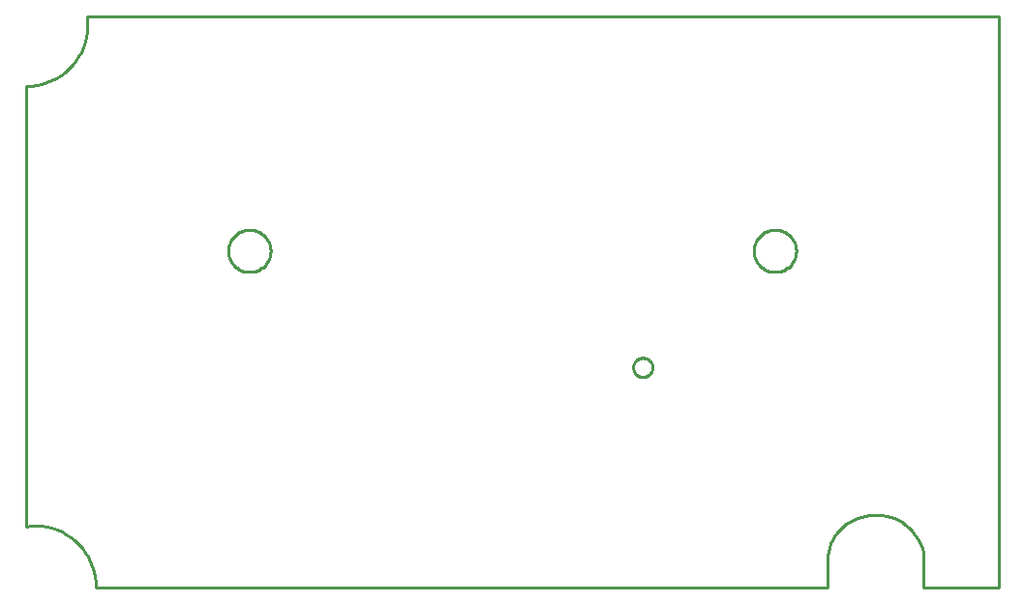
<source format=gbr>
G04 EAGLE Gerber RS-274X export*
G75*
%MOMM*%
%FSLAX34Y34*%
%LPD*%
%IN*%
%IPPOS*%
%AMOC8*
5,1,8,0,0,1.08239X$1,22.5*%
G01*
%ADD10C,0.254000*%


D10*
X0Y53340D02*
X4310Y53817D01*
X8931Y53935D01*
X13545Y53651D01*
X18117Y52965D01*
X22611Y51883D01*
X26995Y50414D01*
X31233Y48569D01*
X35294Y46361D01*
X39148Y43807D01*
X42764Y40927D01*
X46116Y37743D01*
X49177Y34279D01*
X51925Y30562D01*
X54338Y26619D01*
X56399Y22481D01*
X58091Y18178D01*
X59401Y13745D01*
X60321Y9215D01*
X60841Y4621D01*
X60960Y0D01*
X701040Y0D01*
X701040Y27940D01*
X701711Y31293D01*
X702733Y34826D01*
X704060Y38257D01*
X705680Y41559D01*
X707582Y44707D01*
X709751Y47677D01*
X712170Y50447D01*
X714822Y52995D01*
X717686Y55303D01*
X720740Y57352D01*
X723961Y59128D01*
X727325Y60616D01*
X730806Y61805D01*
X734376Y62686D01*
X738010Y63252D01*
X741680Y63500D01*
X745200Y63506D01*
X748885Y63197D01*
X752530Y62569D01*
X756105Y61625D01*
X759585Y60373D01*
X762942Y58823D01*
X766152Y56986D01*
X769189Y54876D01*
X772031Y52510D01*
X774655Y49905D01*
X777043Y47081D01*
X779175Y44060D01*
X781036Y40864D01*
X782612Y37519D01*
X783890Y34048D01*
X784860Y30480D01*
X784860Y0D01*
X850900Y0D01*
X850900Y500380D01*
X53340Y500380D01*
X53817Y496070D01*
X53935Y491449D01*
X53651Y486835D01*
X52965Y482263D01*
X51883Y477769D01*
X50414Y473386D01*
X48569Y469147D01*
X46361Y465086D01*
X43807Y461232D01*
X40927Y457616D01*
X37743Y454264D01*
X34279Y451203D01*
X30562Y448455D01*
X26619Y446042D01*
X22481Y443981D01*
X18178Y442289D01*
X13745Y440979D01*
X9215Y440059D01*
X4621Y439539D01*
X0Y439420D01*
X0Y53340D01*
X214080Y294034D02*
X214001Y292826D01*
X213843Y291625D01*
X213606Y290437D01*
X213293Y289267D01*
X212904Y288120D01*
X212440Y287001D01*
X211904Y285915D01*
X211299Y284866D01*
X210626Y283858D01*
X209888Y282897D01*
X209090Y281987D01*
X208233Y281130D01*
X207323Y280332D01*
X206362Y279594D01*
X205355Y278921D01*
X204306Y278316D01*
X203219Y277780D01*
X202100Y277316D01*
X200953Y276927D01*
X199783Y276614D01*
X198595Y276377D01*
X197394Y276219D01*
X196186Y276140D01*
X194974Y276140D01*
X193766Y276219D01*
X192565Y276377D01*
X191377Y276614D01*
X190207Y276927D01*
X189060Y277316D01*
X187941Y277780D01*
X186855Y278316D01*
X185806Y278921D01*
X184798Y279594D01*
X183837Y280332D01*
X182927Y281130D01*
X182070Y281987D01*
X181272Y282897D01*
X180534Y283858D01*
X179861Y284866D01*
X179256Y285915D01*
X178720Y287001D01*
X178256Y288120D01*
X177867Y289267D01*
X177554Y290437D01*
X177317Y291625D01*
X177159Y292826D01*
X177080Y294034D01*
X177080Y295246D01*
X177159Y296454D01*
X177317Y297655D01*
X177554Y298843D01*
X177867Y300013D01*
X178256Y301160D01*
X178720Y302279D01*
X179256Y303366D01*
X179861Y304415D01*
X180534Y305422D01*
X181272Y306383D01*
X182070Y307293D01*
X182927Y308150D01*
X183837Y308948D01*
X184798Y309686D01*
X185806Y310359D01*
X186855Y310964D01*
X187941Y311500D01*
X189060Y311964D01*
X190207Y312353D01*
X191377Y312666D01*
X192565Y312903D01*
X193766Y313061D01*
X194974Y313140D01*
X196186Y313140D01*
X197394Y313061D01*
X198595Y312903D01*
X199783Y312666D01*
X200953Y312353D01*
X202100Y311964D01*
X203219Y311500D01*
X204306Y310964D01*
X205355Y310359D01*
X206362Y309686D01*
X207323Y308948D01*
X208233Y308150D01*
X209090Y307293D01*
X209888Y306383D01*
X210626Y305422D01*
X211299Y304415D01*
X211904Y303366D01*
X212440Y302279D01*
X212904Y301160D01*
X213293Y300013D01*
X213606Y298843D01*
X213843Y297655D01*
X214001Y296454D01*
X214080Y295246D01*
X214080Y294034D01*
X673820Y294034D02*
X673741Y292826D01*
X673583Y291625D01*
X673346Y290437D01*
X673033Y289267D01*
X672644Y288120D01*
X672180Y287001D01*
X671644Y285915D01*
X671039Y284866D01*
X670366Y283858D01*
X669628Y282897D01*
X668830Y281987D01*
X667973Y281130D01*
X667063Y280332D01*
X666102Y279594D01*
X665095Y278921D01*
X664046Y278316D01*
X662959Y277780D01*
X661840Y277316D01*
X660693Y276927D01*
X659523Y276614D01*
X658335Y276377D01*
X657134Y276219D01*
X655926Y276140D01*
X654714Y276140D01*
X653506Y276219D01*
X652305Y276377D01*
X651117Y276614D01*
X649947Y276927D01*
X648800Y277316D01*
X647681Y277780D01*
X646595Y278316D01*
X645546Y278921D01*
X644538Y279594D01*
X643577Y280332D01*
X642667Y281130D01*
X641810Y281987D01*
X641012Y282897D01*
X640274Y283858D01*
X639601Y284866D01*
X638996Y285915D01*
X638460Y287001D01*
X637996Y288120D01*
X637607Y289267D01*
X637294Y290437D01*
X637057Y291625D01*
X636899Y292826D01*
X636820Y294034D01*
X636820Y295246D01*
X636899Y296454D01*
X637057Y297655D01*
X637294Y298843D01*
X637607Y300013D01*
X637996Y301160D01*
X638460Y302279D01*
X638996Y303366D01*
X639601Y304415D01*
X640274Y305422D01*
X641012Y306383D01*
X641810Y307293D01*
X642667Y308150D01*
X643577Y308948D01*
X644538Y309686D01*
X645546Y310359D01*
X646595Y310964D01*
X647681Y311500D01*
X648800Y311964D01*
X649947Y312353D01*
X651117Y312666D01*
X652305Y312903D01*
X653506Y313061D01*
X654714Y313140D01*
X655926Y313140D01*
X657134Y313061D01*
X658335Y312903D01*
X659523Y312666D01*
X660693Y312353D01*
X661840Y311964D01*
X662959Y311500D01*
X664046Y310964D01*
X665095Y310359D01*
X666102Y309686D01*
X667063Y308948D01*
X667973Y308150D01*
X668830Y307293D01*
X669628Y306383D01*
X670366Y305422D01*
X671039Y304415D01*
X671644Y303366D01*
X672180Y302279D01*
X672644Y301160D01*
X673033Y300013D01*
X673346Y298843D01*
X673583Y297655D01*
X673741Y296454D01*
X673820Y295246D01*
X673820Y294034D01*
X540067Y200920D02*
X540797Y200856D01*
X541520Y200729D01*
X542228Y200539D01*
X542918Y200288D01*
X543582Y199978D01*
X544218Y199611D01*
X544818Y199191D01*
X545380Y198719D01*
X545899Y198200D01*
X546371Y197638D01*
X546791Y197038D01*
X547158Y196402D01*
X547468Y195738D01*
X547719Y195048D01*
X547909Y194340D01*
X548036Y193617D01*
X548100Y192887D01*
X548100Y192153D01*
X548036Y191423D01*
X547909Y190700D01*
X547719Y189992D01*
X547468Y189302D01*
X547158Y188638D01*
X546791Y188002D01*
X546371Y187402D01*
X545899Y186840D01*
X545380Y186321D01*
X544818Y185849D01*
X544218Y185429D01*
X543582Y185062D01*
X542918Y184752D01*
X542228Y184501D01*
X541520Y184311D01*
X540797Y184184D01*
X540067Y184120D01*
X539333Y184120D01*
X538603Y184184D01*
X537880Y184311D01*
X537172Y184501D01*
X536482Y184752D01*
X535818Y185062D01*
X535182Y185429D01*
X534582Y185849D01*
X534020Y186321D01*
X533501Y186840D01*
X533029Y187402D01*
X532609Y188002D01*
X532242Y188638D01*
X531932Y189302D01*
X531681Y189992D01*
X531491Y190700D01*
X531364Y191423D01*
X531300Y192153D01*
X531300Y192887D01*
X531364Y193617D01*
X531491Y194340D01*
X531681Y195048D01*
X531932Y195738D01*
X532242Y196402D01*
X532609Y197038D01*
X533029Y197638D01*
X533501Y198200D01*
X534020Y198719D01*
X534582Y199191D01*
X535182Y199611D01*
X535818Y199978D01*
X536482Y200288D01*
X537172Y200539D01*
X537880Y200729D01*
X538603Y200856D01*
X539333Y200920D01*
X540067Y200920D01*
X540067Y200920D02*
X540797Y200856D01*
X541520Y200729D01*
X542228Y200539D01*
X542918Y200288D01*
X543582Y199978D01*
X544218Y199611D01*
X544818Y199191D01*
X545380Y198719D01*
X545899Y198200D01*
X546371Y197638D01*
X546791Y197038D01*
X547158Y196402D01*
X547468Y195738D01*
X547719Y195048D01*
X547909Y194340D01*
X548036Y193617D01*
X548100Y192887D01*
X548100Y192153D01*
X548036Y191423D01*
X547909Y190700D01*
X547719Y189992D01*
X547468Y189302D01*
X547158Y188638D01*
X546791Y188002D01*
X546371Y187402D01*
X545899Y186840D01*
X545380Y186321D01*
X544818Y185849D01*
X544218Y185429D01*
X543582Y185062D01*
X542918Y184752D01*
X542228Y184501D01*
X541520Y184311D01*
X540797Y184184D01*
X540067Y184120D01*
X539333Y184120D01*
X538603Y184184D01*
X537880Y184311D01*
X537172Y184501D01*
X536482Y184752D01*
X535818Y185062D01*
X535182Y185429D01*
X534582Y185849D01*
X534020Y186321D01*
X533501Y186840D01*
X533029Y187402D01*
X532609Y188002D01*
X532242Y188638D01*
X531932Y189302D01*
X531681Y189992D01*
X531491Y190700D01*
X531364Y191423D01*
X531300Y192153D01*
X531300Y192887D01*
X531364Y193617D01*
X531491Y194340D01*
X531681Y195048D01*
X531932Y195738D01*
X532242Y196402D01*
X532609Y197038D01*
X533029Y197638D01*
X533501Y198200D01*
X534020Y198719D01*
X534582Y199191D01*
X535182Y199611D01*
X535818Y199978D01*
X536482Y200288D01*
X537172Y200539D01*
X537880Y200729D01*
X538603Y200856D01*
X539333Y200920D01*
X540067Y200920D01*
M02*

</source>
